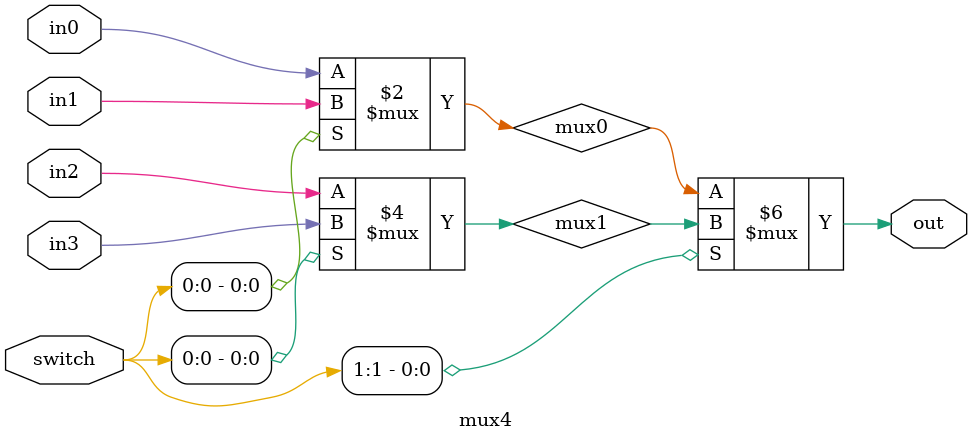
<source format=sv>
`timescale 1ns/1ps
`default_nettype none
module mux4(in0,in1,in2,in3,switch,out);

//parameter definitions
parameter N = 1;
//port definitions
input  wire [N-1:0] in0;
input  wire [N-1:0] in1;
input  wire [N-1:0] in2;
input  wire [N-1:0] in3;
input  wire [1:0] switch;
output logic [N-1:0] out;

logic [N-1:0] mux0, mux1;
// make 4:1 out of 3 2:1 muxes.
always_comb mux0 = switch[0] ? in1 : in0;
always_comb mux1 = switch[0] ? in3 : in2;
always_comb out = switch[1] ? mux1 : mux0;

endmodule

</source>
